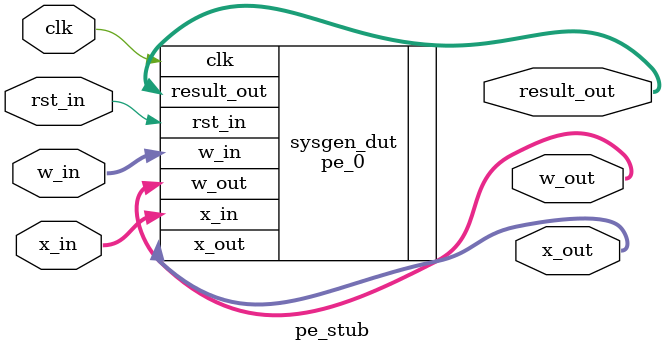
<source format=v>
`timescale 1 ns / 10 ps
module pe_stub (
  input [32-1:0] w_in,
  input [32-1:0] x_in,
  input [1-1:0] rst_in,
  input clk,
  output [32-1:0] w_out,
  output [32-1:0] x_out,
  output [32-1:0] result_out
);
  pe_0 sysgen_dut (
    .w_in(w_in),
    .x_in(x_in),
    .rst_in(rst_in),
    .clk(clk),
    .w_out(w_out),
    .x_out(x_out),
    .result_out(result_out)
  );
endmodule

</source>
